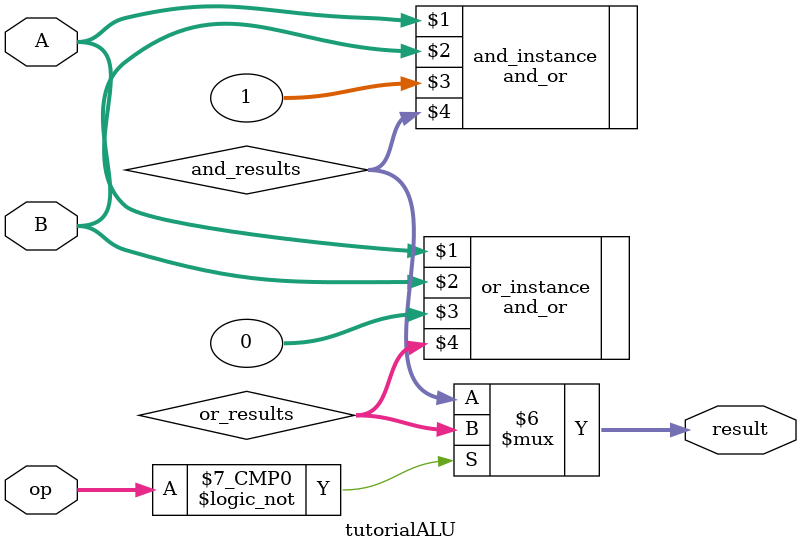
<source format=v>
module tutorialALU(input wire [7:0] A, B, input wire [3:0] op, output reg [7:0] result);


	wire [7:0] and_results, or_results;
	
	and_or and_instance(A,B,1, and_results);
	and_or or_instance(A,B,0, or_results);

	always @(*) begin
		case(op)
		
			0 : result = or_results;
			1 : result = and_results;
			// ...
			default: result = and_results;
		
		endcase


	end


endmodule

</source>
